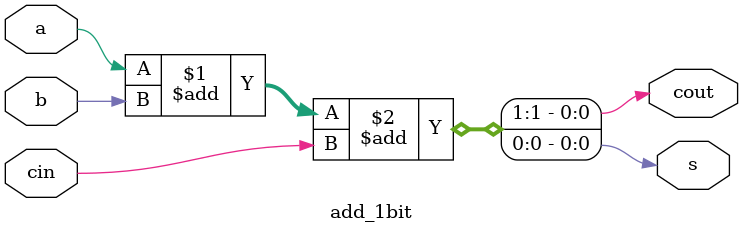
<source format=v>
module add_1bit (a, b, cin, cout, s);
    input a;
    input b;
    input cin;
    output cout;
    output s;


    assign {cout, s} = a + b + cin;

endmodule : add_1bit
</source>
